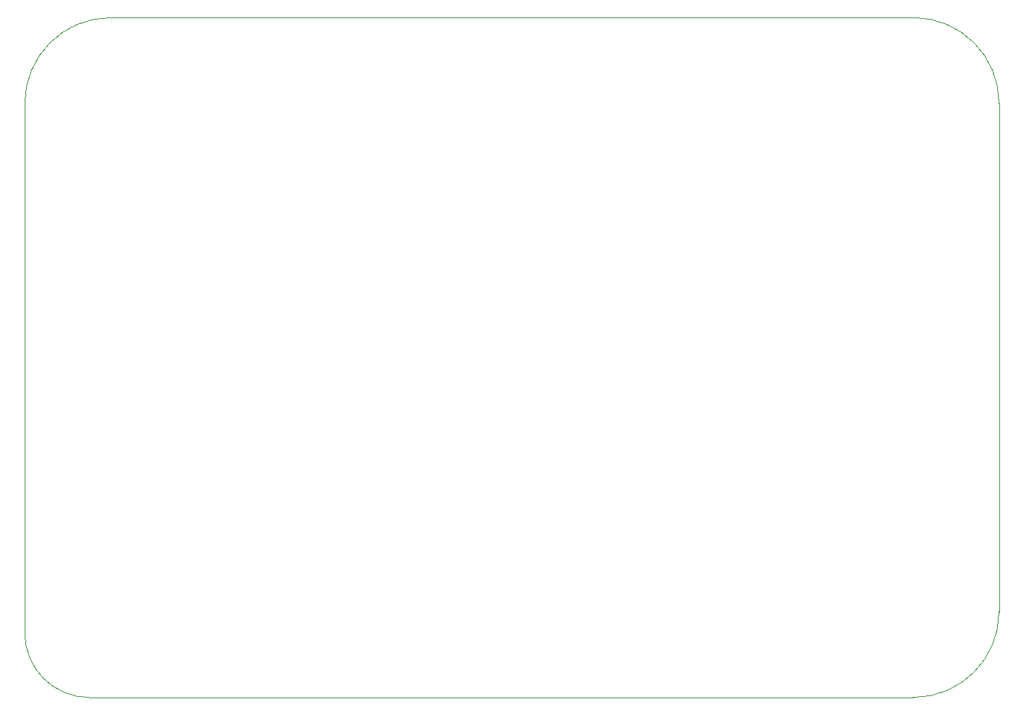
<source format=gbr>
%TF.GenerationSoftware,KiCad,Pcbnew,(7.0.0)*%
%TF.CreationDate,2023-04-04T17:42:21+07:00*%
%TF.ProjectId,3_phase_firing,335f7068-6173-4655-9f66-6972696e672e,rev?*%
%TF.SameCoordinates,Original*%
%TF.FileFunction,Profile,NP*%
%FSLAX46Y46*%
G04 Gerber Fmt 4.6, Leading zero omitted, Abs format (unit mm)*
G04 Created by KiCad (PCBNEW (7.0.0)) date 2023-04-04 17:42:21*
%MOMM*%
%LPD*%
G01*
G04 APERTURE LIST*
%TA.AperFunction,Profile*%
%ADD10C,0.100000*%
%TD*%
G04 APERTURE END LIST*
D10*
X82500000Y-42500000D02*
G75*
G03*
X72500000Y-52500000I0J-10000000D01*
G01*
X72500000Y-52500000D02*
X72500000Y-114285000D01*
X186080000Y-52485000D02*
X186080000Y-111785000D01*
X72500000Y-114285000D02*
G75*
G03*
X80000000Y-121785000I7500000J0D01*
G01*
X176080000Y-121785000D02*
G75*
G03*
X186080000Y-111785000I0J10000000D01*
G01*
X82500000Y-42500000D02*
X176080000Y-42485000D01*
X186080000Y-52485000D02*
G75*
G03*
X176080000Y-42485000I-10000000J0D01*
G01*
X80000000Y-121800000D02*
X176080000Y-121785000D01*
M02*

</source>
